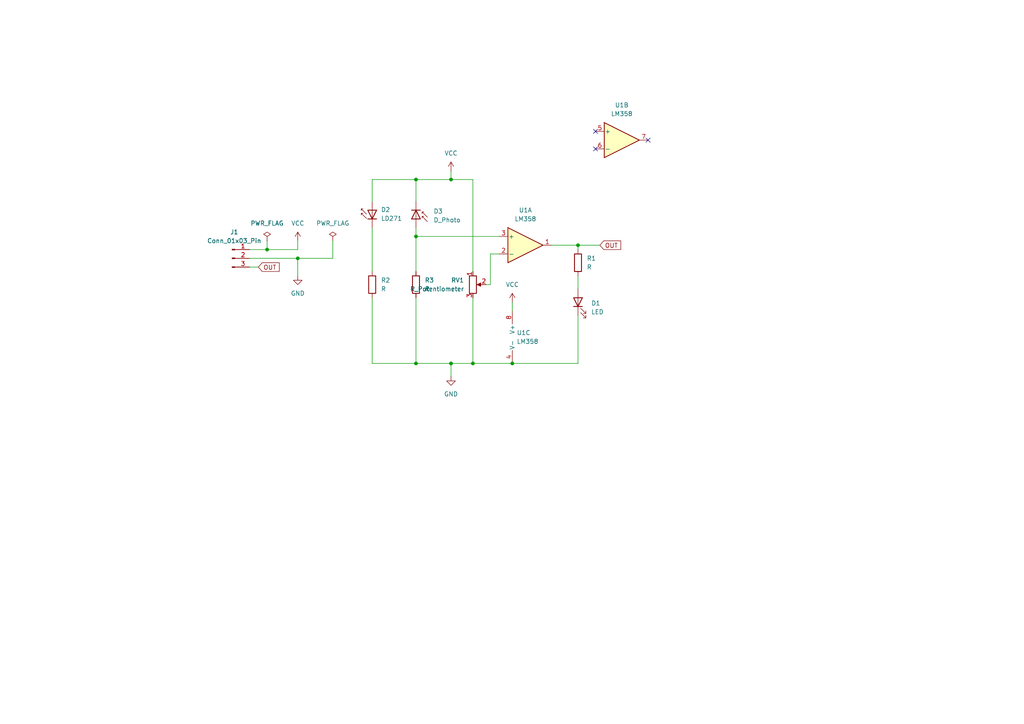
<source format=kicad_sch>
(kicad_sch (version 20250114) (generator "eeschema") (generator_version "9.0")
  (paper "A4")
  (lib_symbols
    (symbol "Amplifier_Operational:LM358" (pin_names (offset 0.127))
      (property "Reference" "U" (at 0 5.08 0))
      (property "Value" "LM358" (at 0 -5.08 0))
      (symbol "LM358_1_1"
        (polyline (pts (xy -5.08 5.08) (xy 5.08 0) (xy -5.08 -5.08) (xy -5.08 5.08)) (stroke (width 0.254)) (fill (type background)))
        (pin input line (at -7.62 2.54 0) (length 2.54) (name "+") (number "3"))
        (pin input line (at -7.62 -2.54 0) (length 2.54) (name "-") (number "2"))
        (pin output line (at 7.62 0 180) (length 2.54) (name "~") (number "1"))
      )
      (symbol "LM358_2_1"
        (polyline (pts (xy -5.08 5.08) (xy 5.08 0) (xy -5.08 -5.08) (xy -5.08 5.08)) (stroke (width 0.254)) (fill (type background)))
        (pin input line (at -7.62 2.54 0) (length 2.54) (name "+") (number "5"))
        (pin input line (at -7.62 -2.54 0) (length 2.54) (name "-") (number "6"))
        (pin output line (at 7.62 0 180) (length 2.54) (name "~") (number "7"))
      )
      (symbol "LM358_3_1"
        (pin power_in line (at -2.54 7.62 270) (length 3.81) (name "V+") (number "8"))
        (pin power_in line (at -2.54 -7.62 90) (length 3.81) (name "V-") (number "4"))
      )
    )
    (symbol "Connector:Conn_01x03_Pin" (pin_names (offset 1.016) (hide yes))
      (property "Reference" "J" (at 0 5.08 0))
      (property "Value" "Conn_01x03_Pin" (at 0 -5.08 0))
      (symbol "Conn_01x03_Pin_1_1"
        (rectangle (start 0.8636 2.667) (end 0 2.413) (stroke (width 0.1524)) (fill (type outline)))
        (rectangle (start 0.8636 0.127) (end 0 -0.127) (stroke (width 0.1524)) (fill (type outline)))
        (rectangle (start 0.8636 -2.413) (end 0 -2.667) (stroke (width 0.1524)) (fill (type outline)))
        (polyline (pts (xy 1.27 2.54) (xy 0.8636 2.54)) (stroke (width 0.1524)))
        (polyline (pts (xy 1.27 0) (xy 0.8636 0)) (stroke (width 0.1524)))
        (polyline (pts (xy 1.27 -2.54) (xy 0.8636 -2.54)) (stroke (width 0.1524)))
        (pin passive line (at 5.08 2.54 180) (length 3.81) (name "Pin_1") (number "1"))
        (pin passive line (at 5.08 0 180) (length 3.81) (name "Pin_2") (number "2"))
        (pin passive line (at 5.08 -2.54 180) (length 3.81) (name "Pin_3") (number "3"))
      )
    )
    (symbol "Device:D_Photo" (pin_numbers (hide yes)) (pin_names (hide yes))
      (property "Reference" "D" (at 0.508 1.778 0))
      (property "Value" "D_Photo" (at -1.016 -2.794 0))
      (symbol "D_Photo_0_1"
        (polyline (pts (xy -2.54 1.27) (xy -2.54 -1.27)) (stroke (width 0.254)))
        (polyline (pts (xy -2.032 1.778) (xy -1.524 1.778)))
        (polyline (pts (xy -0.508 3.302) (xy -2.032 1.778) (xy -2.032 2.286)))
        (polyline (pts (xy 0 0) (xy -2.54 0)))
        (polyline (pts (xy 0 -1.27) (xy 0 1.27) (xy -2.54 0) (xy 0 -1.27)) (stroke (width 0.254)))
        (polyline (pts (xy 0.762 3.302) (xy -0.762 1.778) (xy -0.762 2.286) (xy -0.762 1.778) (xy -0.254 1.778)))
      )
      (symbol "D_Photo_1_1"
        (pin passive line (at -5.08 0 0) (length 2.54) (name "K") (number "1"))
        (pin passive line (at 2.54 0 180) (length 2.54) (name "A") (number "2"))
      )
    )
    (symbol "Device:LED" (pin_numbers (hide yes)) (pin_names (offset 1.016) (hide yes))
      (property "Reference" "D" (at 0 2.54 0))
      (property "Value" "LED" (at 0 -2.54 0))
      (symbol "LED_0_1"
        (polyline (pts (xy -3.048 -0.762) (xy -4.572 -2.286) (xy -3.81 -2.286) (xy -4.572 -2.286) (xy -4.572 -1.524)))
        (polyline (pts (xy -1.778 -0.762) (xy -3.302 -2.286) (xy -2.54 -2.286) (xy -3.302 -2.286) (xy -3.302 -1.524)))
        (polyline (pts (xy -1.27 0) (xy 1.27 0)))
        (polyline (pts (xy -1.27 -1.27) (xy -1.27 1.27)) (stroke (width 0.254)))
        (polyline (pts (xy 1.27 -1.27) (xy 1.27 1.27) (xy -1.27 0) (xy 1.27 -1.27)) (stroke (width 0.254)))
      )
      (symbol "LED_1_1"
        (pin passive line (at -3.81 0 0) (length 2.54) (name "K") (number "1"))
        (pin passive line (at 3.81 0 180) (length 2.54) (name "A") (number "2"))
      )
    )
    (symbol "Device:R" (pin_numbers (hide yes)) (pin_names (offset 0))
      (property "Reference" "R" (at 2.032 0 90))
      (property "Value" "R" (at 0 0 90))
      (symbol "R_0_1"
        (rectangle (start -1.016 -2.54) (end 1.016 2.54) (stroke (width 0.254)))
      )
      (symbol "R_1_1"
        (pin passive line (at 0 3.81 270) (length 1.27) (name "~") (number "1"))
        (pin passive line (at 0 -3.81 90) (length 1.27) (name "~") (number "2"))
      )
    )
    (symbol "Device:R_Potentiometer" (pin_names (offset 1.016) (hide yes))
      (property "Reference" "RV" (at -4.445 0 90))
      (property "Value" "R_Potentiometer" (at -2.54 0 90))
      (symbol "R_Potentiometer_0_1"
        (rectangle (start 1.016 2.54) (end -1.016 -2.54) (stroke (width 0.254)))
        (polyline (pts (xy 1.143 0) (xy 2.286 0.508) (xy 2.286 -0.508) (xy 1.143 0)) (fill (type outline)))
        (polyline (pts (xy 2.54 0) (xy 1.524 0)))
      )
      (symbol "R_Potentiometer_1_1"
        (pin passive line (at 0 3.81 270) (length 1.27) (name "1") (number "1"))
        (pin passive line (at 0 -3.81 90) (length 1.27) (name "3") (number "3"))
        (pin passive line (at 3.81 0 180) (length 1.27) (name "2") (number "2"))
      )
    )
    (symbol "LED:LD271" (pin_numbers (hide yes)) (pin_names (offset 1.016) (hide yes))
      (property "Reference" "D" (at 0.508 1.778 0))
      (property "Value" "LD271" (at -1.016 -2.794 0))
      (symbol "LD271_0_1"
        (polyline (pts (xy -2.54 1.27) (xy -2.54 -1.27)) (stroke (width 0.254)))
        (polyline (pts (xy -2.413 1.651) (xy -0.889 3.175) (xy -0.889 2.667) (xy -0.889 3.175) (xy -1.397 3.175)))
        (polyline (pts (xy -1.143 1.651) (xy 0.381 3.175) (xy 0.381 2.667)))
        (polyline (pts (xy 0 0) (xy -2.54 0)))
        (polyline (pts (xy 0 -1.27) (xy -2.54 0) (xy 0 1.27) (xy 0 -1.27)) (stroke (width 0.254)))
        (polyline (pts (xy 0.381 3.175) (xy -0.127 3.175)))
      )
      (symbol "LD271_1_1"
        (pin passive line (at -5.08 0 0) (length 2.54) (name "K") (number "1"))
        (pin passive line (at 2.54 0 180) (length 2.54) (name "A") (number "2"))
      )
    )
    (symbol "power:GND" (power) (pin_numbers (hide yes)) (pin_names (offset 0) (hide yes))
      (property "Value" "GND" (at 0 -3.81 0))
      (symbol "GND_0_1"
        (polyline (pts (xy 0 0) (xy 0 -1.27) (xy 1.27 -1.27) (xy 0 -2.54) (xy -1.27 -1.27) (xy 0 -1.27)))
      )
      (symbol "GND_1_1"
        (pin power_in line (at 0 0 270) (length 0) (name "~") (number "1"))
      )
    )
    (symbol "power:PWR_FLAG" (power) (pin_numbers (hide yes)) (pin_names (offset 0) (hide yes))
      (property "Value" "PWR_FLAG" (at 0 3.81 0))
      (symbol "PWR_FLAG_0_0"
        (pin power_out line (at 0 0 90) (length 0) (name "~") (number "1"))
      )
      (symbol "PWR_FLAG_0_1"
        (polyline (pts (xy 0 0) (xy 0 1.27) (xy -1.016 1.905) (xy 0 2.54) (xy 1.016 1.905) (xy 0 1.27)))
      )
    )
    (symbol "power:VCC" (power) (pin_numbers (hide yes)) (pin_names (offset 0) (hide yes))
      (property "Value" "VCC" (at 0 3.556 0))
      (symbol "VCC_0_1"
        (polyline (pts (xy -0.762 1.27) (xy 0 2.54)))
        (polyline (pts (xy 0 2.54) (xy 0.762 1.27)))
        (polyline (pts (xy 0 0) (xy 0 2.54)))
      )
      (symbol "VCC_1_1"
        (pin power_in line (at 0 0 90) (length 0) (name "~") (number "1"))
      )
    )
  )
  (junction (at 167.64 71.12))
  (junction (at 120.65 68.58))
  (junction (at 148.59 105.41))
  (junction (at 130.81 105.41))
  (junction (at 86.36 74.93))
  (junction (at 120.65 105.41))
  (junction (at 137.16 105.41))
  (junction (at 130.81 52.07))
  (junction (at 77.47 72.39))
  (junction (at 120.65 52.07))
  (no_connect (at 187.96 40.64))
  (no_connect (at 172.72 43.18))
  (no_connect (at 172.72 38.1))
  (wire (pts (xy 137.16 52.07) (xy 130.81 52.07)))
  (wire (pts (xy 86.36 74.93) (xy 86.36 80.01)))
  (wire (pts (xy 120.65 68.58) (xy 120.65 78.74)))
  (wire (pts (xy 107.95 52.07) (xy 120.65 52.07)))
  (wire (pts (xy 142.24 82.55) (xy 142.24 73.66)))
  (wire (pts (xy 137.16 78.74) (xy 137.16 52.07)))
  (wire (pts (xy 167.64 71.12) (xy 167.64 72.39)))
  (wire (pts (xy 167.64 71.12) (xy 173.99 71.12)))
  (wire (pts (xy 130.81 105.41) (xy 130.81 109.22)))
  (wire (pts (xy 120.65 68.58) (xy 120.65 66.04)))
  (wire (pts (xy 160.02 71.12) (xy 167.64 71.12)))
  (wire (pts (xy 77.47 69.85) (xy 77.47 72.39)))
  (wire (pts (xy 148.59 105.41) (xy 137.16 105.41)))
  (wire (pts (xy 86.36 72.39) (xy 86.36 69.85)))
  (wire (pts (xy 86.36 74.93) (xy 96.52 74.93)))
  (wire (pts (xy 72.39 74.93) (xy 86.36 74.93)))
  (wire (pts (xy 107.95 66.04) (xy 107.95 78.74)))
  (wire (pts (xy 142.24 73.66) (xy 144.78 73.66)))
  (wire (pts (xy 144.78 68.58) (xy 120.65 68.58)))
  (wire (pts (xy 137.16 86.36) (xy 137.16 105.41)))
  (wire (pts (xy 148.59 87.63) (xy 148.59 90.17)))
  (wire (pts (xy 120.65 52.07) (xy 130.81 52.07)))
  (wire (pts (xy 107.95 86.36) (xy 107.95 105.41)))
  (wire (pts (xy 77.47 72.39) (xy 86.36 72.39)))
  (wire (pts (xy 167.64 91.44) (xy 167.64 105.41)))
  (wire (pts (xy 167.64 105.41) (xy 148.59 105.41)))
  (wire (pts (xy 72.39 77.47) (xy 74.93 77.47)))
  (wire (pts (xy 120.65 86.36) (xy 120.65 105.41)))
  (wire (pts (xy 120.65 52.07) (xy 120.65 58.42)))
  (wire (pts (xy 107.95 105.41) (xy 120.65 105.41)))
  (wire (pts (xy 140.97 82.55) (xy 142.24 82.55)))
  (wire (pts (xy 120.65 105.41) (xy 130.81 105.41)))
  (wire (pts (xy 130.81 105.41) (xy 137.16 105.41)))
  (wire (pts (xy 107.95 58.42) (xy 107.95 52.07)))
  (wire (pts (xy 167.64 80.01) (xy 167.64 83.82)))
  (wire (pts (xy 72.39 72.39) (xy 77.47 72.39)))
  (wire (pts (xy 96.52 69.85) (xy 96.52 74.93)))
  (wire (pts (xy 130.81 52.07) (xy 130.81 49.53)))
  (global_label "OUT" (shape input) (at 74.93 77.47 0) (property "Intersheetrefs" "${INTERSHEET_REFS}" (effects (hide yes))))
  (global_label "OUT" (shape input) (at 173.99 71.12 0) (property "Intersheetrefs" "${INTERSHEET_REFS}" (effects (hide yes))))
  (symbol (lib_id "LED:LD271") (at 107.95 60.96 90) (unit 1)
    (property "Reference" "D2" (at 110.49 60.8329 90) (effects (justify right)))
    (property "Value" "LD271" (at 110.49 63.3729 90) (effects (justify right)))
    (property "Footprint" "LED_THT:LED_D5.0mm_Horizontal_O1.27mm_Z3.0mm_IRGrey" (effects (hide yes)))
    (property "Datasheet" "http://www.alliedelec.com/m/d/40788c34903a719969df15f1fbea1056.pdf" (effects (hide yes)))
    (property "Description" "940nm IR-LED, 5mm" (effects (hide yes)))
  )
  (symbol (lib_id "power:PWR_FLAG") (at 96.52 69.85 0) (unit 1)
    (property "Reference" "#FLG02" (effects (hide yes)))
    (property "Value" "PWR_FLAG" (at 96.52 64.77 0))
    (property "Description" "Special symbol for telling ERC where power comes from" (effects (hide yes)))
  )
  (symbol (lib_id "Amplifier_Operational:LM358") (at 180.34 40.64 0) (unit 2)
    (property "Reference" "U1" (at 180.34 30.48 0))
    (property "Value" "LM358" (at 180.34 33.02 0))
    (property "Footprint" "Package_DIP:DIP-8_W7.62mm" (effects (hide yes)))
    (property "Datasheet" "http://www.ti.com/lit/ds/symlink/lm2904-n.pdf" (effects (hide yes)))
    (property "Description" "Low-Power, Dual Operational Amplifiers, DIP-8/SOIC-8/TO-99-8" (effects (hide yes)))
  )
  (symbol (lib_id "power:VCC") (at 86.36 69.85 0) (unit 1)
    (property "Reference" "#PWR03" (effects (hide yes)))
    (property "Value" "VCC" (at 86.36 64.77 0))
    (property "Description" "Power symbol creates a global label with name \"VCC\"" (effects (hide yes)))
  )
  (symbol (lib_id "power:VCC") (at 130.81 49.53 0) (unit 1)
    (property "Reference" "#PWR01" (effects (hide yes)))
    (property "Value" "VCC" (at 130.81 44.45 0))
    (property "Description" "Power symbol creates a global label with name \"VCC\"" (effects (hide yes)))
  )
  (symbol (lib_id "power:GND") (at 86.36 80.01 0) (unit 1)
    (property "Reference" "#PWR05" (effects (hide yes)))
    (property "Value" "GND" (at 86.36 85.09 0))
    (property "Description" "Power symbol creates a global label with name \"GND\" , ground" (effects (hide yes)))
  )
  (symbol (lib_id "Device:R") (at 107.95 82.55 0) (unit 1)
    (property "Reference" "R2" (at 110.49 81.2799 0) (effects (justify left)))
    (property "Value" "R" (at 110.49 83.8199 0) (effects (justify left)))
    (property "Footprint" "Resistor_THT:R_Axial_DIN0207_L6.3mm_D2.5mm_P10.16mm_Horizontal" (effects (hide yes)))
    (property "Description" "Resistor" (effects (hide yes)))
  )
  (symbol (lib_id "Device:R") (at 120.65 82.55 0) (unit 1)
    (property "Reference" "R3" (at 123.19 81.2799 0) (effects (justify left)))
    (property "Value" "R" (at 123.19 83.8199 0) (effects (justify left)))
    (property "Footprint" "Resistor_THT:R_Axial_DIN0207_L6.3mm_D2.5mm_P10.16mm_Horizontal" (effects (hide yes)))
    (property "Description" "Resistor" (effects (hide yes)))
  )
  (symbol (lib_id "Amplifier_Operational:LM358") (at 151.13 97.79 0) (unit 3)
    (property "Reference" "U1" (at 149.86 96.5199 0) (effects (justify left)))
    (property "Value" "LM358" (at 149.86 99.0599 0) (effects (justify left)))
    (property "Footprint" "Package_DIP:DIP-8_W7.62mm" (effects (hide yes)))
    (property "Datasheet" "http://www.ti.com/lit/ds/symlink/lm2904-n.pdf" (effects (hide yes)))
    (property "Description" "Low-Power, Dual Operational Amplifiers, DIP-8/SOIC-8/TO-99-8" (effects (hide yes)))
  )
  (symbol (lib_id "Amplifier_Operational:LM358") (at 152.4 71.12 0) (unit 1)
    (property "Reference" "U1" (at 152.4 60.96 0))
    (property "Value" "LM358" (at 152.4 63.5 0))
    (property "Footprint" "Package_DIP:DIP-8_W7.62mm" (effects (hide yes)))
    (property "Datasheet" "http://www.ti.com/lit/ds/symlink/lm2904-n.pdf" (effects (hide yes)))
    (property "Description" "Low-Power, Dual Operational Amplifiers, DIP-8/SOIC-8/TO-99-8" (effects (hide yes)))
  )
  (symbol (lib_id "power:VCC") (at 148.59 87.63 0) (unit 1)
    (property "Reference" "#PWR02" (effects (hide yes)))
    (property "Value" "VCC" (at 148.59 82.55 0))
    (property "Description" "Power symbol creates a global label with name \"VCC\"" (effects (hide yes)))
  )
  (symbol (lib_id "Device:R_Potentiometer") (at 137.16 82.55 0) (unit 1)
    (property "Reference" "RV1" (at 134.62 81.2799 0) (effects (justify right)))
    (property "Value" "R_Potentiometer" (at 134.62 83.8199 0) (effects (justify right)))
    (property "Footprint" "Potentiometer_THT:Potentiometer_Bourns_3266W_Vertical" (effects (hide yes)))
    (property "Description" "Potentiometer" (effects (hide yes)))
  )
  (symbol (lib_id "Device:D_Photo") (at 120.65 63.5 270) (unit 1)
    (property "Reference" "D3" (at 125.73 61.2774 90) (effects (justify left)))
    (property "Value" "D_Photo" (at 125.73 63.8174 90) (effects (justify left)))
    (property "Footprint" "LED_THT:LED_D5.0mm_Horizontal_O1.27mm_Z3.0mm_IRBlack" (effects (hide yes)))
    (property "Description" "Photodiode" (effects (hide yes)))
  )
  (symbol (lib_id "power:GND") (at 130.81 109.22 0) (unit 1)
    (property "Reference" "#PWR04" (effects (hide yes)))
    (property "Value" "GND" (at 130.81 114.3 0))
    (property "Description" "Power symbol creates a global label with name \"GND\" , ground" (effects (hide yes)))
  )
  (symbol (lib_id "Connector:Conn_01x03_Pin") (at 67.31 74.93 0) (unit 1)
    (property "Reference" "J1" (at 67.945 67.31 0))
    (property "Value" "Conn_01x03_Pin" (at 67.945 69.85 0))
    (property "Footprint" "Connector_PinHeader_1.27mm:PinHeader_1x03_P1.27mm_Horizontal" (effects (hide yes)))
    (property "Description" "Generic connector, single row, 01x03, script generated" (effects (hide yes)))
  )
  (symbol (lib_id "Device:R") (at 167.64 76.2 0) (unit 1)
    (property "Reference" "R1" (at 170.18 74.9299 0) (effects (justify left)))
    (property "Value" "R" (at 170.18 77.4699 0) (effects (justify left)))
    (property "Footprint" "Resistor_THT:R_Axial_DIN0207_L6.3mm_D2.5mm_P10.16mm_Horizontal" (effects (hide yes)))
    (property "Description" "Resistor" (effects (hide yes)))
  )
  (symbol (lib_id "Device:LED") (at 167.64 87.63 90) (unit 1)
    (property "Reference" "D1" (at 171.45 87.9474 90) (effects (justify right)))
    (property "Value" "LED" (at 171.45 90.4874 90) (effects (justify right)))
    (property "Footprint" "LED_THT:LED_D5.0mm_Clear" (effects (hide yes)))
    (property "Description" "Light emitting diode" (effects (hide yes)))
    (property "Sim.Pins" "1=K 2=A" (effects (hide yes)))
  )
  (symbol (lib_id "power:PWR_FLAG") (at 77.47 69.85 0) (unit 1)
    (property "Reference" "#FLG01" (effects (hide yes)))
    (property "Value" "PWR_FLAG" (at 77.47 64.77 0))
    (property "Description" "Special symbol for telling ERC where power comes from" (effects (hide yes)))
  )
)
</source>
